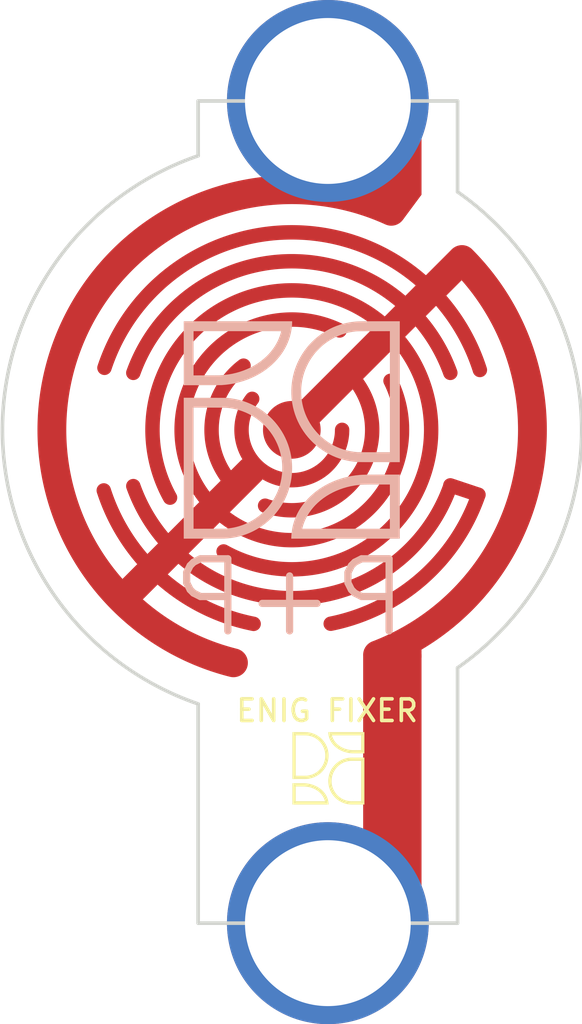
<source format=kicad_pcb>
(kicad_pcb (version 20240108) (generator "pcbnew") (generator_version "8.0")
  (layers (0 "F.Cu" signal) (31 "B.Cu" signal) (34 "B.Paste" user) (35 "F.Paste" user) (36 "B.SilkS" user "B.Silkscreen") (37 "F.SilkS" user "F.Silkscreen") (38 "B.Mask" user) (39 "F.Mask" user) (44 "Edge.Cuts" user))
  (net 0 "")
  (net 1 "2")
  (footprint "LOGO" (layer "F.Cu") (at 141.507693 102.192348)
    (property "Reference" " " (at 0.5 -0.006056 0) (layer "F.SilkS") (effects (font (size 1.5 1.5) (thickness 0.3))))
    (property "Value" "LOGO" (hide yes))
    (fp_poly (pts (xy -0.424276 0.206771) (xy -0.41263 0.206775) (xy -0.401901 0.206784) (xy -0.392041 0.206801) (xy -0.383 0.206824) (xy -0.37473 0.206856) (xy -0.367182 0.206896) (xy -0.360306 0.206946) (xy -0.354055 0.207006) (xy -0.348379 0.207077) (xy -0.343229 0.207159) (xy -0.338557 0.207255) (xy -0.334313 0.207363) (xy -0.330449 0.207486) (xy -0.326916 0.207623) (xy -0.323665 0.207776) (xy -0.320646 0.207945) (xy -0.317812 0.208131) (xy -0.315114 0.208335) (xy -0.313602 0.20846) (xy -0.294614 0.210522) (xy -0.275919 0.213415) (xy -0.257547 0.217123) (xy -0.239527 0.221632) (xy -0.22189 0.226925) (xy -0.204666 0.232986) (xy -0.187884 0.239799) (xy -0.171575 0.24735) (xy -0.155768 0.255622) (xy -0.140493 0.2646) (xy -0.12578 0.274267) (xy -0.11166 0.284609) (xy -0.098161 0.295609) (xy -0.085315 0.307251) (xy -0.07315 0.31952) (xy -0.061697 0.332401) (xy -0.050986 0.345877) (xy -0.050273 0.346832) (xy -0.041074 0.359971) (xy -0.032719 0.373521) (xy -0.02522 0.387445) (xy -0.01859 0.401708) (xy -0.012843 0.41627) (xy -0.007992 0.431097) (xy -0.00405 0.44615) (xy -0.001031 0.461393) (xy 0.001054 0.476789) (xy 0.002189 0.492301) (xy 0.002258 0.494082) (xy 0.002568 0.502899) (xy -0.248475 0.502899) (xy -0.499517 0.502899) (xy -0.499517 0.354831) (xy -0.499517 0.252657) (xy -0.453624 0.252657) (xy -0.453624 0.354831) (xy -0.453624 0.457005) (xy -0.250957 0.457005) (xy -0.048291 0.457005) (xy -0.048611 0.455676) (xy -0.0515 0.444818) (xy -0.054861 0.434388) (xy -0.058795 0.424105) (xy -0.063405 0.413686) (xy -0.065223 0.409903) (xy -0.072251 0.396654) (xy -0.080139 0.383838) (xy -0.088875 0.371468) (xy -0.09845 0.359555) (xy -0.108853 0.348112) (xy -0.120075 0.337149) (xy -0.132105 0.326679) (xy -0.144934 0.316714) (xy -0.14642 0.31563) (xy -0.160408 0.306078) (xy -0.175009 0.297249) (xy -0.190174 0.289163) (xy -0.205852 0.28184) (xy -0.221996 0.275298) (xy -0.238556 0.269558) (xy -0.255483 0.264639) (xy -0.272727 0.26056) (xy -0.290239 0.257341) (xy -0.295462 0.256556) (xy -0.299254 0.256024) (xy -0.302836 0.255542) (xy -0.306274 0.255108) (xy -0.309632 0.25472) (xy -0.312974 0.254375) (xy -0.316366 0.25407) (xy -0.319872 0.253803) (xy -0.323556 0.253572) (xy -0.327483 0.253373) (xy -0.331717 0.253206) (xy -0.336323 0.253066) (xy -0.341365 0.252952) (xy -0.346908 0.252861) (xy -0.353017 0.25279) (xy -0.359755 0.252738) (xy -0.367189 0.252701) (xy -0.375381 0.252678) (xy -0.384396 0.252665) (xy -0.3943 0.25266) (xy -0.396498 0.25266) (xy -0.453624 0.252657) (xy -0.499517 0.252657) (xy -0.499517 0.206763)) (fill solid) (layer "F.SilkS"))
    (fp_poly (pts (xy 0.5 -0.354106) (xy 0.5 -0.20628) (xy 0.415096 -0.20635) (xy 0.406016 -0.20636) (xy 0.39714 -0.206373) (xy 0.388522 -0.20639) (xy 0.380215 -0.206411) (xy 0.372272 -0.206435) (xy 0.364747 -0.206461) (xy 0.357693 -0.206491) (xy 0.351163 -0.206522) (xy 0.34521 -0.206556) (xy 0.339889 -0.206591) (xy 0.335252 -0.206628) (xy 0.331353 -0.206667) (xy 0.328245 -0.206706) (xy 0.32598 -0.206746) (xy 0.324614 -0.206787) (xy 0.324396 -0.206798) (xy 0.304235 -0.208568) (xy 0.284471 -0.211219) (xy 0.265103 -0.21475) (xy 0.246132 -0.219162) (xy 0.227558 -0.224455) (xy 0.209382 -0.230628) (xy 0.191602 -0.237682) (xy 0.174221 -0.245616) (xy 0.157238 -0.254431) (xy 0.146293 -0.260703) (xy 0.131829 -0.269823) (xy 0.11787 -0.279655) (xy 0.104467 -0.290149) (xy 0.091673 -0.301255) (xy 0.079541 -0.312925) (xy 0.068123 -0.325107) (xy 0.057472 -0.337752) (xy 0.047639 -0.350812) (xy 0.041177 -0.360317) (xy 0.032994 -0.373765) (xy 0.025606 -0.387695) (xy 0.019043 -0.402029) (xy 0.013336 -0.416693) (xy 0.008515 -0.431611) (xy 0.004612 -0.446706) (xy 0.002957 -0.454589) (xy 0.00285 -0.455193) (xy 0.049461 -0.455193) (xy 0.049678 -0.454391) (xy 0.050066 -0.452887) (xy 0.050565 -0.450917) (xy 0.050975 -0.449275) (xy 0.051567 -0.447068) (xy 0.05239 -0.444229) (xy 0.05336 -0.441041) (xy 0.054392 -0.437785) (xy 0.055061 -0.435749) (xy 0.060042 -0.422344) (xy 0.065914 -0.40926) (xy 0.072648 -0.396521) (xy 0.080215 -0.38415) (xy 0.088587 -0.372173) (xy 0.097734 -0.360615) (xy 0.107628 -0.349499) (xy 0.118239 -0.338851) (xy 0.129538 -0.328694) (xy 0.141498 -0.319054) (xy 0.154088 -0.309955) (xy 0.16728 -0.301421) (xy 0.181045 -0.293478) (xy 0.195355 -0.286149) (xy 0.210179 -0.279459) (xy 0.22549 -0.273432) (xy 0.241258 -0.268094) (xy 0.257455 -0.263469) (xy 0.258169 -0.263284) (xy 0.275639 -0.259251) (xy 0.293402 -0.256077) (xy 0.311518 -0.253756) (xy 0.33005 -0.252277) (xy 0.335265 -0.252015) (xy 0.336147 -0.251996) (xy 0.337931 -0.251977) (xy 0.340555 -0.251957) (xy 0.343956 -0.251937) (xy 0.348069 -0.251917) (xy 0.352832 -0.251897) (xy 0.358182 -0.251877) (xy 0.364054 -0.251858) (xy 0.370386 -0.25184) (xy 0.377115 -0.251822) (xy 0.384176 -0.251807) (xy 0.391508 -0.251792) (xy 0.396497 -0.251784) (xy 0.454589 -0.251691) (xy 0.454589 -0.353865) (xy 0.454589 -0.456039) (xy 0.251899 -0.456039) (xy 0.235217 -0.456038) (xy 0.219473 -0.456038) (xy 0.204642 -0.456037) (xy 0.190695 -0.456036) (xy 0.177606 -0.456034) (xy 0.165349 -0.456031) (xy 0.153894 -0.456027) (xy 0.143217 -0.456022) (xy 0.133289 -0.456016) (xy 0.124083 -0.456009) (xy 0.115573 -0.456) (xy 0.107731 -0.45599) (xy 0.10053 -0.455979) (xy 0.093943 -0.455966) (xy 0.087944 -0.45595) (xy 0.082504 -0.455934) (xy 0.077597 -0.455915) (xy 0.073196 -0.455893) (xy 0.069274 -0.45587) (xy 0.065803 -0.455844) (xy 0.062757 -0.455816) (xy 0.060109 -0.455785) (xy 0.05783 -0.455752) (xy 0.055895 -0.455715) (xy 0.054277 -0.455676) (xy 0.052947 -0.455634) (xy 0.05188 -0.455588) (xy 0.051047 -0.45554) (xy 0.050422 -0.455487) (xy 0.049978 -0.455432) (xy 0.049688 -0.455372) (xy 0.049525 -0.45531) (xy 0.049461 -0.455243) (xy 0.049461 -0.455193) (xy 0.00285 -0.455193) (xy 0.001863 -0.460792) (xy 0.000883 -0.467422) (xy 0.000042 -0.474238) (xy -0.000635 -0.480999) (xy -0.001123 -0.487463) (xy -0.001397 -0.493389) (xy -0.001448 -0.496739) (xy -0.00145 -0.501932) (xy 0.249275 -0.501932) (xy 0.5 -0.501932)) (fill solid) (layer "F.SilkS"))
    (fp_poly (pts (xy 0.5 0.177277) (xy 0.5 0.502899) (xy 0.408816 0.5028) (xy 0.399438 0.50279) (xy 0.390283 0.502778) (xy 0.381401 0.502765) (xy 0.372841 0.502752) (xy 0.364654 0.502737) (xy 0.35689 0.502723) (xy 0.349599 0.502708) (xy 0.34283 0.502692) (xy 0.336633 0.502677) (xy 0.331059 0.502661) (xy 0.326158 0.502645) (xy 0.321978 0.50263) (xy 0.318571 0.502615) (xy 0.315986 0.5026) (xy 0.314273 0.502585) (xy 0.313526 0.502573) (xy 0.295977 0.501548) (xy 0.278618 0.499588) (xy 0.261481 0.496713) (xy 0.244597 0.492941) (xy 0.227997 0.488292) (xy 0.211713 0.482783) (xy 0.195775 0.476434) (xy 0.180216 0.469264) (xy 0.165065 0.46129) (xy 0.150355 0.452533) (xy 0.136117 0.44301) (xy 0.122381 0.432741) (xy 0.10918 0.421744) (xy 0.096543 0.410039) (xy 0.084504 0.397643) (xy 0.073092 0.384576) (xy 0.062339 0.370856) (xy 0.052277 0.356502) (xy 0.042935 0.341533) (xy 0.041505 0.339074) (xy 0.033215 0.323718) (xy 0.025797 0.307974) (xy 0.019258 0.291882) (xy 0.013602 0.275481) (xy 0.008836 0.258812) (xy 0.004965 0.241913) (xy 0.001994 0.224824) (xy -0.00007 0.207584) (xy -0.001221 0.190233) (xy -0.00143 0.17464) (xy 0.04416 0.17464) (xy 0.044497 0.190887) (xy 0.045784 0.207165) (xy 0.045927 0.208451) (xy 0.048255 0.224823) (xy 0.051498 0.240888) (xy 0.055652 0.256636) (xy 0.060713 0.272058) (xy 0.066676 0.287143) (xy 0.073537 0.301882) (xy 0.081292 0.316264) (xy 0.089937 0.33028) (xy 0.099468 0.343921) (xy 0.109879 0.357175) (xy 0.109939 0.357246) (xy 0.112234 0.359901) (xy 0.115113 0.363064) (xy 0.118443 0.366601) (xy 0.122087 0.370375) (xy 0.125911 0.374253) (xy 0.129779 0.378097) (xy 0.133558 0.381772) (xy 0.13711 0.385144) (xy 0.140303 0.388075) (xy 0.142995 0.390428) (xy 0.156065 0.400821) (xy 0.169578 0.41037) (xy 0.18351 0.419063) (xy 0.197843 0.426888) (xy 0.212554 0.433837) (xy 0.227622 0.439896) (xy 0.243027 0.445057) (xy 0.255717 0.448565) (xy 0.263805 0.450482) (xy 0.27169 0.452111) (xy 0.279588 0.453485) (xy 0.287713 0.454634) (xy 0.296278 0.455592) (xy 0.305498 0.45639) (xy 0.309661 0.456689) (xy 0.31039 0.456706) (xy 0.31203 0.456724) (xy 0.314524 0.456743) (xy 0.317819 0.456762) (xy 0.321859 0.45678) (xy 0.326588 0.456799) (xy 0.33195 0.456817) (xy 0.337891 0.456835) (xy 0.344355 0.456851) (xy 0.351287 0.456868) (xy 0.358631 0.456883) (xy 0.366332 0.456896) (xy 0.374334 0.456909) (xy 0.382583 0.45692) (xy 0.383212 0.45692) (xy 0.454589 0.457005) (xy 0.454589 0.177018) (xy 0.454589 -0.10297) (xy 0.381763 -0.102755) (xy 0.371777 -0.102726) (xy 0.362703 -0.102697) (xy 0.354486 -0.102668) (xy 0.347071 -0.102637) (xy 0.340403 -0.102604) (xy 0.334429 -0.102567) (xy 0.329092 -0.102524) (xy 0.32434 -0.102476) (xy 0.320116 -0.102419) (xy 0.316366 -0.102354) (xy 0.313037 -0.102278) (xy 0.310072 -0.102192) (xy 0.307417 -0.102092) (xy 0.305019 -0.101979) (xy 0.302821 -0.101851) (xy 0.30077 -0.101706) (xy 0.29881 -0.101544) (xy 0.296888 -0.101363) (xy 0.294948 -0.101162) (xy 0.292935 -0.10094) (xy 0.290821 -0.100698) (xy 0.274828 -0.098372) (xy 0.259064 -0.095118) (xy 0.243563 -0.090959) (xy 0.228361 -0.085914) (xy 0.213492 -0.080004) (xy 0.198992 -0.073248) (xy 0.184897 -0.065668) (xy 0.171241 -0.057283) (xy 0.15806 -0.048115) (xy 0.145388 -0.038182) (xy 0.133262 -0.027506) (xy 0.121717 -0.016108) (xy 0.110787 -0.004006) (xy 0.100508 0.008777) (xy 0.100022 0.00942) (xy 0.090632 0.02268) (xy 0.08207 0.036412) (xy 0.07435 0.050577) (xy 0.067481 0.065134) (xy 0.061475 0.080043) (xy 0.056341 0.095264) (xy 0.052093 0.110757) (xy 0.048739 0.126481) (xy 0.046292 0.142396) (xy 0.044762 0.158463) (xy 0.04416 0.17464) (xy -0.00143 0.17464) (xy -0.001455 0.172811) (xy -0.000765 0.155356) (xy 0.000854 0.137909) (xy 0.003408 0.120508) (xy 0.006903 0.103193) (xy 0.007309 0.101449) (xy 0.011749 0.084689) (xy 0.017087 0.068246) (xy 0.023296 0.052152) (xy 0.03035 0.03644) (xy 0.038222 0.021144) (xy 0.046888 0.006295) (xy 0.056319 -0.008074) (xy 0.066491 -0.021928) (xy 0.077377 -0.035237) (xy 0.08895 -0.047967) (xy 0.101185 -0.060084) (xy 0.114056 -0.071557) (xy 0.127535 -0.082353) (xy 0.141598 -0.092438) (xy 0.156217 -0.10178) (xy 0.171367 -0.110347) (xy 0.179951 -0.114732) (xy 0.195053 -0.121727) (xy 0.210218 -0.127865) (xy 0.225547 -0.133176) (xy 0.241138 -0.137687) (xy 0.257091 -0.141427) (xy 0.273505 -0.144424) (xy 0.290482 -0.146705) (xy 0.294927 -0.147177) (xy 0.295962 -0.147275) (xy 0.297081 -0.147364) (xy 0.298324 -0.147447) (xy 0.299734 -0.147523) (xy 0.301353 -0.147593) (xy 0.303223 -0.147656) (xy 0.305386 -0.147714) (xy 0.307885 -0.147767) (xy 0.310761 -0.147815) (xy 0.314056 -0.147858) (xy 0.317813 -0.147897) (xy 0.322074 -0.147933) (xy 0.32688 -0.147965) (xy 0.332273 -0.147995) (xy 0.338297 -0.148022) (xy 0.344992 -0.148047) (xy 0.352402 -0.14807) (xy 0.360567 -0.148092) (xy 0.36953 -0.148113) (xy 0.379334 -0.148133) (xy 0.39002 -0.148153) (xy 0.40157 -0.148174) (xy 0.5 -0.148344)) (fill solid) (layer "F.SilkS"))
    (fp_poly (pts (xy -0.408575 -0.501926) (xy -0.396747 -0.501924) (xy -0.385839 -0.501919) (xy -0.375806 -0.50191) (xy -0.366603 -0.501898) (xy -0.358184 -0.501881) (xy -0.350503 -0.501858) (xy -0.343515 -0.501829) (xy -0.337174 -0.501794) (xy -0.331435 -0.501751) (xy -0.326253 -0.5017) (xy -0.321581 -0.50164) (xy -0.317374 -0.501571) (xy -0.313587 -0.501492) (xy -0.310173 -0.501402) (xy -0.307089 -0.501301) (xy -0.304287 -0.501187) (xy -0.301723 -0.501061) (xy -0.29935 -0.500922) (xy -0.297124 -0.500768) (xy -0.294999 -0.5006) (xy -0.292928 -0.500416) (xy -0.290868 -0.500216) (xy -0.290822 -0.500212) (xy -0.273302 -0.497975) (xy -0.256068 -0.49483) (xy -0.239149 -0.4908) (xy -0.222571 -0.485906) (xy -0.20636 -0.480171) (xy -0.190543 -0.473618) (xy -0.175149 -0.466269) (xy -0.160202 -0.458147) (xy -0.145731 -0.449274) (xy -0.131761 -0.439671) (xy -0.118321 -0.429363) (xy -0.105437 -0.418371) (xy -0.093135 -0.406717) (xy -0.081443 -0.394425) (xy -0.070388 -0.381515) (xy -0.059995 -0.368012) (xy -0.050294 -0.353937) (xy -0.041309 -0.339313) (xy -0.033068 -0.324162) (xy -0.025599 -0.308507) (xy -0.018927 -0.292369) (xy -0.01308 -0.275773) (xy -0.010108 -0.26605) (xy -0.005945 -0.249987) (xy -0.002613 -0.233521) (xy -0.000119 -0.216761) (xy 0.001527 -0.199813) (xy 0.002316 -0.182787) (xy 0.002239 -0.165788) (xy 0.001287 -0.148924) (xy 0.000453 -0.140338) (xy -0.001983 -0.122744) (xy -0.005341 -0.105416) (xy -0.009605 -0.088384) (xy -0.01476 -0.071674) (xy -0.020791 -0.055314) (xy -0.027684 -0.039333) (xy -0.035423 -0.023758) (xy -0.043995 -0.008617) (xy -0.053382 0.006063) (xy -0.063572 0.020252) (xy -0.074548 0.033925) (xy -0.086297 0.047052) (xy -0.098802 0.059606) (xy -0.11205 0.07156) (xy -0.114252 0.073427) (xy -0.127971 0.084332) (xy -0.142236 0.094451) (xy -0.157007 0.103768) (xy -0.172247 0.112267) (xy -0.187917 0.11993) (xy -0.203978 0.126743) (xy -0.220392 0.132688) (xy -0.237121 0.137749) (xy -0.254124 0.14191) (xy -0.271365 0.145155) (xy -0.288804 0.147468) (xy -0.289614 0.147552) (xy -0.291617 0.147752) (xy -0.293588 0.147936) (xy -0.295572 0.148105) (xy -0.297616 0.148258) (xy -0.299764 0.148398) (xy -0.302063 0.148525) (xy -0.304558 0.148638) (xy -0.307296 0.14874) (xy -0.310321 0.14883) (xy -0.31368 0.148909) (xy -0.317419 0.148978) (xy -0.321582 0.149038) (xy -0.326216 0.14909) (xy -0.331367 0.149133) (xy -0.337081 0.149169) (xy -0.343402 0.149198) (xy -0.350377 0.149221) (xy -0.358052 0.149239) (xy -0.366473 0.149252) (xy -0.375684 0.149261) (xy -0.385732 0.149267) (xy -0.396663 0.14927) (xy -0.406401 0.149271) (xy -0.499517 0.149275) (xy -0.499517 -0.176328) (xy -0.499517 -0.456078) (xy -0.453624 -0.456078) (xy -0.453624 -0.176348) (xy -0.453624 0.103382) (xy -0.381764 0.103381) (xy -0.372213 0.103377) (xy -0.363088 0.103367) (xy -0.354433 0.103351) (xy -0.346293 0.103329) (xy -0.338712 0.103301) (xy -0.331735 0.103268) (xy -0.325406 0.10323) (xy -0.31977 0.103188) (xy -0.31487 0.10314) (xy -0.310752 0.103089) (xy -0.30746 0.103033) (xy -0.305038 0.102973) (xy -0.303532 0.102911) (xy -0.303382 0.102901) (xy -0.28685 0.101216) (xy -0.270581 0.098615) (xy -0.2546 0.095105) (xy -0.238933 0.090696) (xy -0.223605 0.085397) (xy -0.208641 0.079217) (xy -0.194067 0.072166) (xy -0.179908 0.064251) (xy -0.16619 0.055483) (xy -0.16103 0.051881) (xy -0.14786 0.041884) (xy -0.13538 0.031231) (xy -0.123607 0.019952) (xy -0.112559 0.008079) (xy -0.102256 -0.004357) (xy -0.092715 -0.017325) (xy -0.083955 -0.030795) (xy -0.075995 -0.044735) (xy -0.068852 -0.059114) (xy -0.062545 -0.073902) (xy -0.057093 -0.089067) (xy -0.052514 -0.104578) (xy -0.048827 -0.120405) (xy -0.046049 -0.136516) (xy -0.045202 -0.142995) (xy -0.044548 -0.149458) (xy -0.044033 -0.156561) (xy -0.043662 -0.164059) (xy -0.043443 -0.171711) (xy -0.043379 -0.179272) (xy -0.043477 -0.1865) (xy -0.043743 -0.19315) (xy -0.043956 -0.196377) (xy -0.045698 -0.213016) (xy -0.048352 -0.229335) (xy -0.051915 -0.245329) (xy -0.056385 -0.260992) (xy -0.061759 -0.276317) (xy -0.068035 -0.2913) (xy -0.07521 -0.305933) (xy -0.083283 -0.320212) (xy -0.09225 -0.33413) (xy -0.10211 -0.347682) (xy -0.108999 -0.356294) (xy -0.111361 -0.359032) (xy -0.114311 -0.362274) (xy -0.117713 -0.365886) (xy -0.121432 -0.369732) (xy -0.125332 -0.373676) (xy -0.129278 -0.377582) (xy -0.133134 -0.381315) (xy -0.136765 -0.384738) (xy -0.140036 -0.387718) (xy -0.142513 -0.389867) (xy -0.154615 -0.399526) (xy -0.16694 -0.408332) (xy -0.17966 -0.416397) (xy -0.192946 -0.423833) (xy -0.200242 -0.427541) (xy -0.215205 -0.434365) (xy -0.230467 -0.440272) (xy -0.246011 -0.445257) (xy -0.26182 -0.449314) (xy -0.277875 -0.452439) (xy -0.282543 -0.453166) (xy -0.284796 -0.453498) (xy -0.286866 -0.453799) (xy -0.288805 -0.454073) (xy -0.290668 -0.454319) (xy -0.292506 -0.454541) (xy -0.294373 -0.454738) (xy -0.296322 -0.454913) (xy -0.298406 -0.455068) (xy -0.300677 -0.455203) (xy -0.303189 -0.45532) (xy -0.305994 -0.455421) (xy -0.309145 -0.455507) (xy -0.312697 -0.45558) (xy -0.3167 -0.455642) (xy -0.321209 -0.455693) (xy -0.326276 -0.455735) (xy -0.331954 -0.45577) (xy -0.338297 -0.4558) (xy -0.345356 -0.455825) (xy -0.353186 -0.455848) (xy -0.361839 -0.455869) (xy -0.371368 -0.455891) (xy -0.378624 -0.455908) (xy -0.453624 -0.456078) (xy -0.499517 -0.456078) (xy -0.499517 -0.501932)) (fill solid) (layer "F.SilkS"))
  )
  (footprint "01 My Footprint Library:Phob ABXY original" (layer "F.Cu") (at 141 97.5)
    (property "Reference" "SW1" (hide yes))
    (property "Value" "A")
    (fp_line (start -0.57 0.570002) (end -2.28 2.280002) (stroke (width 0.4)) (layer "F.Cu"))
    (fp_line (start 0 0.000002) (end 2.35 -2.349998) (stroke (width 0.4)) (layer "F.Cu"))
    (fp_line (start 2.589999 0.9) (end 2.2 0.77) (stroke (width 0.2)) (layer "F.Cu"))
    (fp_rect (start 0.5 -4.56) (end 1.8 -3.26) (fill solid) (layer "F.Cu"))
    (fp_rect (start 1.65 3.03) (end 1.8 3.16) (fill solid) (layer "F.Cu"))
    (fp_arc (start -2.600242 -0.860074) (mid 0.015809 -2.738745) (end 2.61 -0.83) (stroke (width 0.2)) (layer "F.Cu"))
    (fp_arc (start -2.199999 -0.790001) (mid 0.000001 -2.337541) (end 2.2 -0.79) (stroke (width 0.2)) (layer "F.Cu"))
    (fp_arc (start -1.69 0.940002) (mid 1.370185 -1.36466) (end -0.946822 1.686189) (stroke (width 0.2)) (layer "F.Cu"))
    (fp_arc (start -0.812396 0.762246) (mid -1.109889 -0.095652) (end -0.67 -0.89) (stroke (width 0.2)) (layer "F.Cu"))
    (fp_arc (start -0.81 3.229999) (mid -3.14321 -1.099649) (end 1.380233 -3.0305) (stroke (width 0.4)) (layer "F.Cu"))
    (fp_arc (start -0.53 2.69) (mid -1.822172 2.04858) (end -2.609863 0.839998) (stroke (width 0.2)) (layer "F.Cu"))
    (fp_arc (start 0.698142 0.000002) (mid -0.227403 0.660071) (end -0.55 -0.43) (stroke (width 0.2)) (layer "F.Cu"))
    (fp_arc (start 0.86 -0.71) (mid 0.914257 0.638624) (end -0.370656 1.051818) (stroke (width 0.2)) (layer "F.Cu"))
    (fp_arc (start 1.37 -0.679998) (mid -1.075114 1.087859) (end 0.663814 -1.377913) (stroke (width 0.2)) (layer "F.Cu"))
    (fp_arc (start 2.193644 0.797697) (mid -0.009402 2.334161) (end -2.199999 0.78) (stroke (width 0.2)) (layer "F.Cu"))
    (fp_arc (start 2.361197 -2.361195) (mid 3.26552 0.697762) (end 1.19 3.12) (stroke (width 0.4)) (layer "F.Cu"))
    (fp_arc (start 2.589999 0.9) (mid 1.80227 2.066378) (end 0.539657 2.688283) (stroke (width 0.2)) (layer "F.Cu"))
    (fp_circle (center 0 0.000002) (end 0.4 0.000002) (fill solid) (layer "F.Cu"))
    (fp_poly (pts (xy 1.8 -3.259998) (xy 1.54 -2.909998) (xy 1.2 -3.129998) (xy 1.28 -3.279998) (xy 1.78 -3.279998)) (fill solid) (layer "F.Cu"))
    (pad "1" thru_hole circle (at 0.5 -4.56) (size 2.8 2.8) (drill 2.3) (layers "*.Cu" "*.Mask"))
    (pad "2" thru_hole circle (at 0.5 6.84) (size 2.8 2.8) (drill 2.3) (layers "*.Cu" "*.Mask") (net 1 "2"))
    (pad "2" smd rect (at 1.395 5.055) (size 0.81 3.89) (layers "F.Cu") (net 1 "2"))
  )
  (footprint "LOGO" (layer "B.Cu") (at 141 97.500003 180)
    (property "Reference" " " (at 0 0 180) (layer "B.SilkS") (effects (font (size 1.5 1.5) (thickness 0.3)) (justify mirror)))
    (property "Value" "LOGO" (hide yes))
    (fp_poly (pts (xy -1.272827 -0.620313) (xy -1.237889 -0.620324) (xy -1.205702 -0.620353) (xy -1.176122 -0.620402) (xy -1.148999 -0.620472) (xy -1.124189 -0.620567) (xy -1.101544 -0.620688) (xy -1.080918 -0.620837) (xy -1.062165 -0.621017) (xy -1.045136 -0.62123) (xy -1.029687 -0.621478) (xy -1.01567 -0.621764) (xy -1.002939 -0.62209) (xy -0.991347 -0.622458) (xy -0.980747 -0.622869) (xy -0.970993 -0.623328) (xy -0.961938 -0.623835) (xy -0.953436 -0.624393) (xy -0.94534 -0.625004) (xy -0.940805 -0.62538) (xy -0.883842 -0.631565) (xy -0.827756 -0.640244) (xy -0.77264 -0.65137) (xy -0.718581 -0.664896) (xy -0.66567 -0.680774) (xy -0.613997 -0.698957) (xy -0.563652 -0.719398) (xy -0.514723 -0.742051) (xy -0.467302 -0.766867) (xy -0.421478 -0.793799) (xy -0.37734 -0.822802) (xy -0.334978 -0.853826) (xy -0.294483 -0.886826) (xy -0.255943 -0.921753) (xy -0.219449 -0.958561) (xy -0.185091 -0.997203) (xy -0.152958 -1.037631) (xy -0.150818 -1.040495) (xy -0.123222 -1.079912) (xy -0.098155 -1.120562) (xy -0.075658 -1.162336) (xy -0.055769 -1.205123) (xy -0.038529 -1.248811) (xy -0.023976 -1.293291) (xy -0.01215 -1.338451) (xy -0.003091 -1.38418) (xy 0.003162 -1.430368) (xy 0.006568 -1.476904) (xy 0.006775 -1.482247) (xy 0.007704 -1.508696) (xy -0.745424 -1.508696) (xy -1.498551 -1.508696) (xy -1.498551 -1.064493) (xy -1.498551 -0.757971) (xy -1.36087 -0.757971) (xy -1.36087 -1.064493) (xy -1.36087 -1.371015) (xy -0.752871 -1.371015) (xy -0.144873 -1.371015) (xy -0.145832 -1.367029) (xy -0.1545 -1.334453) (xy -0.164581 -1.303165) (xy -0.176383 -1.272315) (xy -0.190214 -1.241058) (xy -0.195667 -1.22971) (xy -0.216752 -1.189961) (xy -0.240415 -1.151514) (xy -0.266623 -1.114404) (xy -0.295348 -1.078666) (xy -0.326558 -1.044335) (xy -0.360224 -1.011448) (xy -0.396315 -0.980038) (xy -0.434801 -0.950142) (xy -0.439258 -0.946891) (xy -0.481223 -0.918234) (xy -0.525026 -0.891748) (xy -0.57052 -0.86749) (xy -0.617556 -0.845519) (xy -0.665988 -0.825895) (xy -0.715667 -0.808674) (xy -0.766447 -0.793916) (xy -0.818179 -0.781679) (xy -0.870717 -0.772022) (xy -0.886386 -0.769669) (xy -0.89776 -0.768072) (xy -0.908506 -0.766627) (xy -0.91882 -0.765325) (xy -0.928894 -0.76416) (xy -0.938922 -0.763124) (xy -0.949098 -0.762209) (xy -0.959615 -0.761409) (xy -0.970667 -0.760715) (xy -0.982447 -0.76012) (xy -0.995149 -0.759617) (xy -1.008967 -0.759198) (xy -1.024094 -0.758855) (xy -1.040723 -0.758582) (xy -1.059049 -0.758371) (xy -1.079265 -0.758214) (xy -1.101565 -0.758104) (xy -1.126141 -0.758033) (xy -1.153188 -0.757994) (xy -1.1829 -0.757979) (xy -1.189493 -0.757979) (xy -1.36087 -0.757971) (xy -1.498551 -0.757971) (xy -1.498551 -0.62029)) (fill solid) (layer "B.SilkS"))
    (fp_poly (pts (xy 1.5 1.062319) (xy 1.5 0.61884) (xy 1.245289 0.61905) (xy 1.218049 0.619079) (xy 1.191421 0.61912) (xy 1.165567 0.619171) (xy 1.140645 0.619233) (xy 1.116817 0.619304) (xy 1.094241 0.619384) (xy 1.073079 0.619472) (xy 1.053489 0.619566) (xy 1.035632 0.619667) (xy 1.019669 0.619774) (xy 1.005758 0.619885) (xy 0.99406 0.62) (xy 0.984735 0.620118) (xy 0.977942 0.620238) (xy 0.973843 0.62036) (xy 0.973188 0.620395) (xy 0.912706 0.625705) (xy 0.853413 0.633656) (xy 0.79531 0.644251) (xy 0.738397 0.657487) (xy 0.682675 0.673365) (xy 0.628146 0.691885) (xy 0.574808 0.713046) (xy 0.522665 0.736848) (xy 0.471715 0.763292) (xy 0.438881 0.782109) (xy 0.395489 0.809469) (xy 0.353611 0.838965) (xy 0.313402 0.870447) (xy 0.275021 0.903766) (xy 0.238625 0.938774) (xy 0.204371 0.97532) (xy 0.172416 1.013257) (xy 0.142917 1.052435) (xy 0.123532 1.080952) (xy 0.098984 1.121296) (xy 0.076819 1.163084) (xy 0.05713 1.206088) (xy 0.040008 1.25008) (xy 0.025546 1.294833) (xy 0.013836 1.340119) (xy 0.008872 1.363768) (xy 0.008553 1.36558) (xy 0.148384 1.36558) (xy 0.149034 1.363174) (xy 0.150198 1.358662) (xy 0.151695 1.352751) (xy 0.152927 1.347826) (xy 0.154702 1.341204) (xy 0.157172 1.332688) (xy 0.160082 1.323123) (xy 0.163177 1.313354) (xy 0.165183 1.307246) (xy 0.180126 1.267033) (xy 0.197743 1.227781) (xy 0.217945 1.189562) (xy 0.240647 1.152451) (xy 0.265762 1.11652) (xy 0.293203 1.081845) (xy 0.322884 1.048498) (xy 0.354717 1.016552) (xy 0.388616 0.986083) (xy 0.424494 0.957162) (xy 0.462265 0.929865) (xy 0.501841 0.904264) (xy 0.543137 0.880433) (xy 0.586065 0.858446) (xy 0.630539 0.838376) (xy 0.676471 0.820297) (xy 0.723776 0.804283) (xy 0.772366 0.790407) (xy 0.774509 0.789853) (xy 0.826918 0.777752) (xy 0.880206 0.768232) (xy 0.934556 0.761267) (xy 0.990151 0.75683) (xy 1.005797 0.756045) (xy 1.008442 0.755989) (xy 1.013795 0.755931) (xy 1.021667 0.755872) (xy 1.031869 0.755811) (xy 1.044209 0.755751) (xy 1.058498 0.75569) (xy 1.074546 0.755631) (xy 1.092163 0.755574) (xy 1.111159 0.755519) (xy 1.131345 0.755467) (xy 1.15253 0.75542) (xy 1.174524 0.755377) (xy 1.189492 0.755352) (xy 1.363768 0.755072) (xy 1.363768 1.061594) (xy 1.363768 1.368116) (xy 0.755699 1.368116) (xy 0.705651 1.368115) (xy 0.658421 1.368114) (xy 0.613926 1.368111) (xy 0.572086 1.368107) (xy 0.53282 1.368101) (xy 0.496047 1.368092) (xy 0.461684 1.36808) (xy 0.429651 1.368066) (xy 0.399867 1.368048) (xy 0.37225 1.368027) (xy 0.346719 1.368001) (xy 0.323193 1.367971) (xy 0.301591 1.367936) (xy 0.281831 1.367897) (xy 0.263832 1.367851) (xy 0.247513 1.367801) (xy 0.232793 1.367744) (xy 0.21959 1.36768) (xy 0.207823 1.36761) (xy 0.197411 1.367533) (xy 0.188273 1.367448) (xy 0.180327 1.367356) (xy 0.173492 1.367255) (xy 0.167687 1.367146) (xy 0.162831 1.367028) (xy 0.158842 1.366901) (xy 0.15564 1.366765) (xy 0.153142 1.366619) (xy 0.151268 1.366462) (xy 0.149936 1.366295) (xy 0.149066 1.366117) (xy 0.148576 1.365929) (xy 0.148384 1.365728) (xy 0.148384 1.36558) (xy 0.008553 1.36558) (xy 0.005591 1.382376) (xy 0.002651 1.402267) (xy 0.000127 1.422715) (xy -0.001905 1.442997) (xy -0.003369 1.462389) (xy -0.00419 1.480166) (xy -0.004342 1.490217) (xy -0.004348 1.505797) (xy 0.747826 1.505797) (xy 1.5 1.505797)) (fill solid) (layer "B.SilkS"))
    (fp_poly (pts (xy 1.5 -0.531831) (xy 1.5 -1.508696) (xy 1.226449 -1.508401) (xy 1.198315 -1.508369) (xy 1.17085 -1.508333) (xy 1.144203 -1.508295) (xy 1.118525 -1.508255) (xy 1.093964 -1.508212) (xy 1.070672 -1.508168) (xy 1.048798 -1.508123) (xy 1.028491 -1.508076) (xy 1.009901 -1.50803) (xy 0.993179 -1.507982) (xy 0.978474 -1.507936) (xy 0.965936 -1.507889) (xy 0.955714 -1.507844) (xy 0.947959 -1.507799) (xy 0.942821 -1.507756) (xy 0.940579 -1.50772) (xy 0.887931 -1.504644) (xy 0.835855 -1.498765) (xy 0.784444 -1.49014) (xy 0.733792 -1.478824) (xy 0.683993 -1.464876) (xy 0.63514 -1.44835) (xy 0.587327 -1.429302) (xy 0.540648 -1.407791) (xy 0.495197 -1.383871) (xy 0.451067 -1.357599) (xy 0.408351 -1.329031) (xy 0.367144 -1.298223) (xy 0.32754 -1.265233) (xy 0.289631 -1.230116) (xy 0.253512 -1.192928) (xy 0.219277 -1.153727) (xy 0.187018 -1.112567) (xy 0.156831 -1.069506) (xy 0.128807 -1.0246) (xy 0.124517 -1.017223) (xy 0.099646 -0.971153) (xy 0.077393 -0.923921) (xy 0.057774 -0.875645) (xy 0.040807 -0.826444) (xy 0.026508 -0.776435) (xy 0.014895 -0.725738) (xy 0.005984 -0.674471) (xy -0.000208 -0.622752) (xy -0.003662 -0.570699) (xy -0.004289 -0.523919) (xy 0.132481 -0.523919) (xy 0.133493 -0.572661) (xy 0.137354 -0.621495) (xy 0.137781 -0.625352) (xy 0.144765 -0.674469) (xy 0.154495 -0.722664) (xy 0.166957 -0.769909) (xy 0.182139 -0.816174) (xy 0.200029 -0.861429) (xy 0.220613 -0.905645) (xy 0.243878 -0.948792) (xy 0.269813 -0.990841) (xy 0.298404 -1.031762) (xy 0.329639 -1.071526) (xy 0.329817 -1.071739) (xy 0.336702 -1.079702) (xy 0.345341 -1.089192) (xy 0.35533 -1.099802) (xy 0.366262 -1.111126) (xy 0.377734 -1.122758) (xy 0.389339 -1.13429) (xy 0.400674 -1.145317) (xy 0.411332 -1.155431) (xy 0.420909 -1.164226) (xy 0.428985 -1.171284) (xy 0.468197 -1.202464) (xy 0.508734 -1.23111) (xy 0.550532 -1.257188) (xy 0.593529 -1.280665) (xy 0.637662 -1.30151) (xy 0.682867 -1.319689) (xy 0.729081 -1.33517) (xy 0.767153 -1.345696) (xy 0.791415 -1.351447) (xy 0.815072 -1.356334) (xy 0.838766 -1.360454) (xy 0.863141 -1.363901) (xy 0.888836 -1.366775) (xy 0.916496 -1.36917) (xy 0.928985 -1.370066) (xy 0.931171 -1.370119) (xy 0.93609 -1.370173) (xy 0.943574 -1.370229) (xy 0.953459 -1.370285) (xy 0.965578 -1.370341) (xy 0.979764 -1.370396) (xy 0.995852 -1.370451) (xy 1.013675 -1.370504) (xy 1.033067 -1.370554) (xy 1.053862 -1.370603) (xy 1.075894 -1.370648) (xy 1.098997 -1.370689) (xy 1.123004 -1.370727) (xy 1.14775 -1.370759) (xy 1.149637 -1.370761) (xy 1.363768 -1.371015) (xy 1.363768 -0.531053) (xy 1.363768 0.308909) (xy 1.145289 0.308266) (xy 1.115332 0.308177) (xy 1.08811 0.30809) (xy 1.063458 0.308003) (xy 1.041213 0.307911) (xy 1.02121 0.307812) (xy 1.003287 0.3077) (xy 0.987278 0.307573) (xy 0.97302 0.307427) (xy 0.960349 0.307257) (xy 0.9491 0.307061) (xy 0.939111 0.306835) (xy 0.930217 0.306575) (xy 0.922253 0.306277) (xy 0.915057 0.305937) (xy 0.908464 0.305552) (xy 0.90231 0.305119) (xy 0.896431 0.304632) (xy 0.890664 0.30409) (xy 0.884844 0.303487) (xy 0.878807 0.302821) (xy 0.872463 0.302095) (xy 0.824486 0.295115) (xy 0.777193 0.285355) (xy 0.73069 0.272877) (xy 0.685083 0.257742) (xy 0.640477 0.240011) (xy 0.596978 0.219744) (xy 0.554692 0.197003) (xy 0.513724 0.171849) (xy 0.47418 0.144344) (xy 0.436166 0.114547) (xy 0.399788 0.082519) (xy 0.365152 0.048323) (xy 0.332362 0.012019) (xy 0.301526 -0.026332) (xy 0.300068 -0.028261) (xy 0.271896 -0.06804) (xy 0.246212 -0.109236) (xy 0.223051 -0.151731) (xy 0.202444 -0.195402) (xy 0.184425 -0.24013) (xy 0.169025 -0.285793) (xy 0.156279 -0.332271) (xy 0.146219 -0.379444) (xy 0.138878 -0.427189) (xy 0.134287 -0.475388) (xy 0.132481 -0.523919) (xy -0.004289 -0.523919) (xy -0.004363 -0.518432) (xy -0.002294 -0.466068) (xy 0.002564 -0.413726) (xy 0.010226 -0.361524) (xy 0.02071 -0.30958) (xy 0.021928 -0.304348) (xy 0.035249 -0.254068) (xy 0.051262 -0.204738) (xy 0.069889 -0.156456) (xy 0.091051 -0.109321) (xy 0.114668 -0.063431) (xy 0.140664 -0.018884) (xy 0.168959 0.024221) (xy 0.199474 0.065785) (xy 0.232131 0.105711) (xy 0.266852 0.1439) (xy 0.303557 0.180253) (xy 0.342168 0.214672) (xy 0.382607 0.247058) (xy 0.424795 0.277314) (xy 0.468653 0.305341) (xy 0.514103 0.33104) (xy 0.539855 0.344197) (xy 0.58516 0.36518) (xy 0.630656 0.383596) (xy 0.676641 0.399529) (xy 0.723414 0.413062) (xy 0.771273 0.424282) (xy 0.820517 0.433271) (xy 0.871446 0.440115) (xy 0.884782 0.441531) (xy 0.887888 0.441824) (xy 0.891243 0.442093) (xy 0.894972 0.442342) (xy 0.899202 0.44257) (xy 0.90406 0.442778) (xy 0.90967 0.442969) (xy 0.91616 0.443142) (xy 0.923656 0.4433) (xy 0.932284 0.443444) (xy 0.94217 0.443574) (xy 0.95344 0.443691) (xy 0.966222 0.443798) (xy 0.98064 0.443895) (xy 0.996821 0.443984) (xy 1.014892 0.444065) (xy 1.034978 0.44414) (xy 1.057206 0.444209) (xy 1.081702 0.444275) (xy 1.108592 0.444338) (xy 1.138003 0.444399) (xy 1.170061 0.44446) (xy 1.20471 0.444522) (xy 1.5 0.445033)) (fill solid) (layer "B.SilkS"))
    (fp_poly (pts (xy -1.225725 1.505777) (xy -1.19024 1.505771) (xy -1.157516 1.505756) (xy -1.127417 1.505731) (xy -1.099807 1.505694) (xy -1.07455 1.505642) (xy -1.051507 1.505575) (xy -1.030543 1.505488) (xy -1.011521 1.505382) (xy -0.994304 1.505253) (xy -0.978757 1.5051) (xy -0.964741 1.504921) (xy -0.95212 1.504714) (xy -0.940759 1.504476) (xy -0.930519 1.504206) (xy -0.921265 1.503902) (xy -0.91286 1.503562) (xy -0.905167 1.503184) (xy -0.89805 1.502765) (xy -0.891371 1.502304) (xy -0.884995 1.501799) (xy -0.878784 1.501248) (xy -0.872603 1.500649) (xy -0.872464 1.500635) (xy -0.819904 1.493925) (xy -0.768204 1.48449) (xy -0.717446 1.472399) (xy -0.667711 1.457717) (xy -0.619078 1.440514) (xy -0.571629 1.420855) (xy -0.525445 1.398808) (xy -0.480605 1.374441) (xy -0.437191 1.347821) (xy -0.395283 1.319014) (xy -0.354963 1.288089) (xy -0.316309 1.255112) (xy -0.279404 1.220151) (xy -0.244328 1.183274) (xy -0.211162 1.144546) (xy -0.179985 1.104037) (xy -0.15088 1.061812) (xy -0.123926 1.017939) (xy -0.099204 0.972487) (xy -0.076795 0.92552) (xy -0.05678 0.877108) (xy -0.039239 0.827318) (xy -0.030322 0.79815) (xy -0.017834 0.74996) (xy -0.007837 0.700563) (xy -0.000355 0.650282) (xy 0.004582 0.59944) (xy 0.006949 0.54836) (xy 0.006717 0.497363) (xy 0.003861 0.446773) (xy 0.00136 0.421014) (xy -0.005949 0.368231) (xy -0.016021 0.316249) (xy -0.028813 0.265151) (xy -0.044278 0.215021) (xy -0.062372 0.165943) (xy -0.083051 0.117999) (xy -0.106269 0.071274) (xy -0.131983 0.025851) (xy -0.160146 -0.018188) (xy -0.190715 -0.060757) (xy -0.223644 -0.101775) (xy -0.258889 -0.141156) (xy -0.296405 -0.178819) (xy -0.336148 -0.21468) (xy -0.342754 -0.220282) (xy -0.383911 -0.252997) (xy -0.426706 -0.283354) (xy -0.471021 -0.311305) (xy -0.516741 -0.3368) (xy -0.563751 -0.359791) (xy -0.611934 -0.380228) (xy -0.661176 -0.398063) (xy -0.711361 -0.413247) (xy -0.762372 -0.425731) (xy -0.814094 -0.435466) (xy -0.866412 -0.442403) (xy -0.868841 -0.442655) (xy -0.874851 -0.443255) (xy -0.880764 -0.443808) (xy -0.886716 -0.444314) (xy -0.892847 -0.444775) (xy -0.899292 -0.445194) (xy -0.906189 -0.445574) (xy -0.913674 -0.445914) (xy -0.921887 -0.446219) (xy -0.930963 -0.446489) (xy -0.94104 -0.446727) (xy -0.952255 -0.446935) (xy -0.964745 -0.447115) (xy -0.978648 -0.447269) (xy -0.994101 -0.447398) (xy -1.011241 -0.447506) (xy -1.030205 -0.447593) (xy -1.051131 -0.447663) (xy -1.074156 -0.447716) (xy -1.099417 -0.447755) (xy -1.127051 -0.447782) (xy -1.157195 -0.4478) (xy -1.189988 -0.447809) (xy -1.219203 -0.447812) (xy -1.498551 -0.447826) (xy -1.498551 0.528985) (xy -1.498551 1.368235) (xy -1.36087 1.368235) (xy -1.36087 0.529045) (xy -1.36087 -0.310145) (xy -1.14529 -0.310142) (xy -1.116638 -0.310131) (xy -1.089262 -0.310101) (xy -1.063298 -0.310053) (xy -1.038878 -0.309987) (xy -1.016136 -0.309904) (xy -0.995204 -0.309805) (xy -0.976217 -0.309691) (xy -0.959308 -0.309563) (xy -0.94461 -0.309421) (xy -0.932256 -0.309266) (xy -0.92238 -0.309099) (xy -0.915114 -0.30892) (xy -0.910594 -0.308732) (xy -0.910145 -0.308702) (xy -0.860549 -0.303649) (xy -0.811741 -0.295844) (xy -0.763799 -0.285315) (xy -0.716798 -0.272088) (xy -0.670814 -0.256192) (xy -0.625923 -0.237652) (xy -0.582201 -0.216497) (xy -0.539724 -0.192754) (xy -0.498568 -0.166449) (xy -0.483088 -0.155643) (xy -0.44358 -0.125652) (xy -0.406139 -0.093692) (xy -0.37082 -0.059856) (xy -0.337677 -0.024238) (xy -0.306767 0.013071) (xy -0.278145 0.051976) (xy -0.251865 0.092385) (xy -0.227983 0.134205) (xy -0.206555 0.177343) (xy -0.187635 0.221706) (xy -0.171279 0.267201) (xy -0.157542 0.313735) (xy -0.14648 0.361214) (xy -0.138147 0.409547) (xy -0.135604 0.428985) (xy -0.133642 0.448374) (xy -0.132097 0.469682) (xy -0.130986 0.492178) (xy -0.130327 0.515132) (xy -0.130136 0.537816) (xy -0.130431 0.559499) (xy -0.131229 0.579451) (xy -0.131866 0.58913) (xy -0.137093 0.639047) (xy -0.145055 0.688005) (xy -0.155744 0.735986) (xy -0.169154 0.782975) (xy -0.185276 0.828952) (xy -0.204104 0.873899) (xy -0.22563 0.9178) (xy -0.249848 0.960637) (xy -0.27675 1.002391) (xy -0.306328 1.043046) (xy -0.326995 1.068883) (xy -0.334081 1.077095) (xy -0.342931 1.086823) (xy -0.353137 1.097659) (xy -0.364294 1.109196) (xy -0.375994 1.121027) (xy -0.387832 1.132746) (xy -0.399401 1.143944) (xy -0.410295 1.154215) (xy -0.420107 1.163153) (xy -0.427537 1.169601) (xy -0.463843 1.198577) (xy -0.500819 1.224995) (xy -0.538979 1.249191) (xy -0.578837 1.2715) (xy -0.600725 1.282624) (xy -0.645613 1.303094) (xy -0.6914 1.320815) (xy -0.738032 1.33577) (xy -0.785458 1.347943) (xy -0.833623 1.357318) (xy -0.847629 1.359498) (xy -0.854387 1.360493) (xy -0.860597 1.361398) (xy -0.866415 1.362218) (xy -0.872003 1.362958) (xy -0.877518 1.363622) (xy -0.883119 1.364214) (xy -0.888966 1.36474) (xy -0.895216 1.365203) (xy -0.90203 1.365608) (xy -0.909565 1.36596) (xy -0.91798 1.366263) (xy -0.927435 1.366522) (xy -0.938089 1.366741) (xy -0.950099 1.366925) (xy -0.963626 1.367078) (xy -0.978827 1.367205) (xy -0.995862 1.367311) (xy -1.01489 1.3674) (xy -1.036068 1.367476) (xy -1.059558 1.367544) (xy -1.085516 1.367608) (xy -1.114102 1.367674) (xy -1.13587 1.367723) (xy -1.36087 1.368235) (xy -1.498551 1.368235) (xy -1.498551 1.505797)) (fill solid) (layer "B.SilkS"))
  )
  (gr_line (start 139.7 104.340003) (end 143.3 104.340003) (stroke (width 0.05)) (layer "Edge.Cuts"))
  (gr_line (start 143.3 104.340003) (end 143.3 100.800003) (stroke (width 0.05)) (layer "Edge.Cuts"))
  (gr_line (start 139.7 104.340003) (end 139.7 101.300003) (stroke (width 0.05)) (layer "Edge.Cuts"))
  (gr_arc (start 139.7 101.300003) (mid 136.983783 97.500003) (end 139.7 93.700003) (stroke (width 0.05)) (layer "Edge.Cuts"))
  (gr_line (start 139.7 92.940003) (end 139.7 93.700003) (stroke (width 0.05)) (layer "Edge.Cuts"))
  (gr_line (start 143.3 92.940003) (end 143.3 94.200003) (stroke (width 0.05)) (layer "Edge.Cuts"))
  (gr_arc (start 143.3 94.200003) (mid 145.022437 97.500003) (end 143.3 100.800003) (stroke (width 0.05)) (layer "Edge.Cuts"))
  (gr_line (start 139.7 92.940003) (end 143.3 92.940003) (stroke (width 0.05)) (layer "Edge.Cuts"))
  (gr_text "P+P" (at 142.654101 100.414991 0) (layer "B.SilkS") (effects (font (size 1 1) (thickness 0.1)) (justify left bottom mirror)))
  (gr_text "ENIG FIXER" (at 142.781021 101.569148 -0) (layer "F.SilkS") (effects (font (size 0.3 0.3) (thickness 0.05) (bold yes)) (justify right bottom)))
)
</source>
